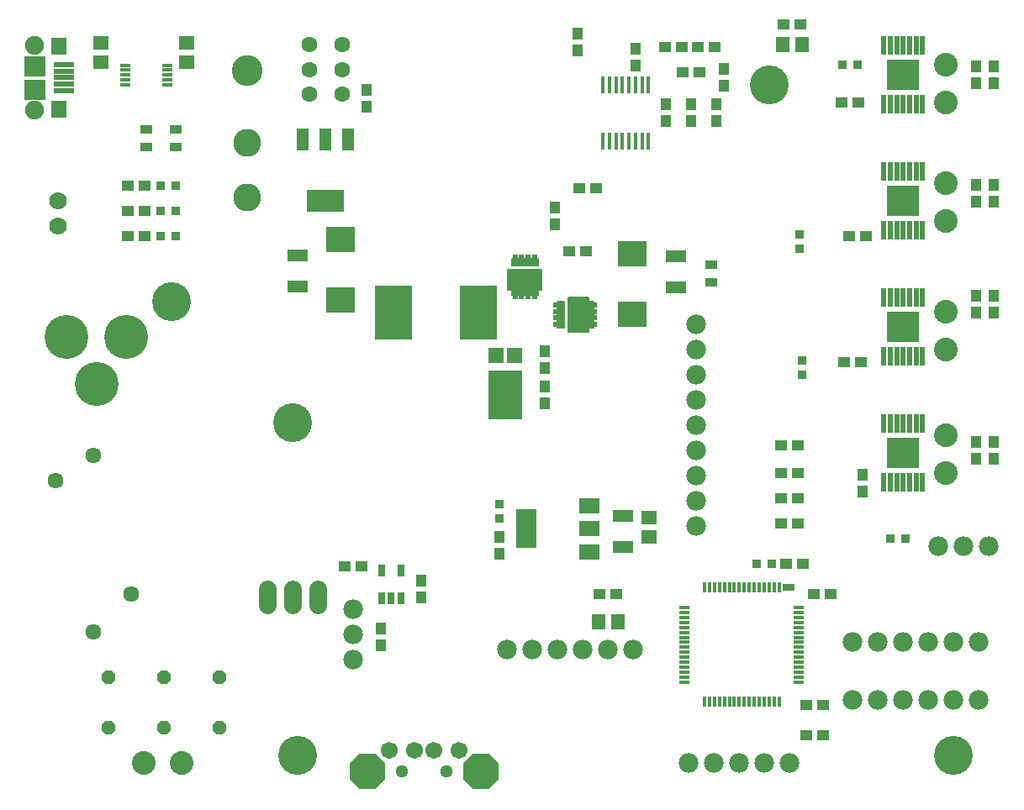
<source format=gts>
G75*
G70*
%OFA0B0*%
%FSLAX24Y24*%
%IPPOS*%
%LPD*%
%AMOC8*
5,1,8,0,0,1.08239X$1,22.5*
%
%ADD10C,0.1540*%
%ADD11R,0.0500X0.0270*%
%ADD12R,0.0434X0.0138*%
%ADD13R,0.0355X0.0355*%
%ADD14R,0.0473X0.0434*%
%ADD15R,0.0512X0.0355*%
%ADD16R,0.0827X0.0197*%
%ADD17R,0.0631X0.0709*%
%ADD18C,0.0008*%
%ADD19C,0.0749*%
%ADD20C,0.0700*%
%ADD21R,0.0631X0.0552*%
%ADD22R,0.0512X0.0906*%
%ADD23R,0.1457X0.0906*%
%ADD24C,0.0631*%
%ADD25R,0.0434X0.0473*%
%ADD26R,0.0180X0.0700*%
%ADD27R,0.1182X0.0985*%
%ADD28R,0.0827X0.0512*%
%ADD29R,0.1490X0.2140*%
%ADD30R,0.0587X0.0591*%
%ADD31R,0.1363X0.1953*%
%ADD32R,0.0240X0.0440*%
%ADD33C,0.0060*%
%ADD34R,0.1320X0.0788*%
%ADD35R,0.0440X0.0240*%
%ADD36R,0.0788X0.1320*%
%ADD37R,0.0127X0.0434*%
%ADD38R,0.0434X0.0127*%
%ADD39C,0.0780*%
%ADD40R,0.0827X0.0631*%
%ADD41R,0.0827X0.1536*%
%ADD42R,0.0552X0.0631*%
%ADD43C,0.0634*%
%ADD44C,0.0700*%
%ADD45OC8,0.0560*%
%ADD46C,0.0940*%
%ADD47R,0.0276X0.0473*%
%ADD48R,0.0205X0.0741*%
%ADD49R,0.1260X0.1221*%
%ADD50C,0.1103*%
%ADD51C,0.1221*%
%ADD52C,0.1740*%
%ADD53OC8,0.1424*%
%ADD54C,0.0512*%
%ADD55C,0.0670*%
D10*
X012700Y029510D03*
X012500Y042710D03*
X007700Y047510D03*
X031400Y056110D03*
X038700Y029510D03*
D11*
X032160Y036185D03*
D12*
X007532Y056116D03*
X007532Y056313D03*
X007532Y056510D03*
X007532Y056707D03*
X007532Y056904D03*
X005868Y056904D03*
X005868Y056707D03*
X005868Y056510D03*
X005868Y056313D03*
X005868Y056116D03*
D13*
X007255Y052110D03*
X007845Y052110D03*
X007845Y051110D03*
X007255Y051110D03*
X007255Y050110D03*
X007845Y050110D03*
X020700Y039505D03*
X020700Y038915D03*
X030905Y037110D03*
X031495Y037110D03*
X036205Y038110D03*
X036795Y038110D03*
X032700Y044615D03*
X032700Y045205D03*
X032600Y049615D03*
X032600Y050205D03*
X034305Y056910D03*
X034895Y056910D03*
D14*
X034935Y055410D03*
X034265Y055410D03*
X032635Y058510D03*
X031965Y058510D03*
X029235Y057610D03*
X028565Y057610D03*
X028635Y056610D03*
X027965Y056610D03*
X027935Y057610D03*
X027265Y057610D03*
X024535Y052010D03*
X023865Y052010D03*
X024135Y049510D03*
X023465Y049510D03*
X015235Y037010D03*
X014565Y037010D03*
X006635Y050110D03*
X006635Y051110D03*
X005965Y051110D03*
X005965Y050110D03*
X005965Y052110D03*
X006635Y052110D03*
X024665Y035910D03*
X025335Y035910D03*
X032065Y037110D03*
X032735Y037110D03*
X033165Y035910D03*
X033835Y035910D03*
X032535Y038710D03*
X031865Y038710D03*
X031865Y039710D03*
X032535Y039710D03*
X032535Y040710D03*
X031865Y040710D03*
X031865Y041810D03*
X032535Y041810D03*
X034365Y045110D03*
X035035Y045110D03*
X035235Y050110D03*
X034565Y050110D03*
X033535Y031510D03*
X033535Y030310D03*
X032865Y030310D03*
X032865Y031510D03*
D15*
X029080Y048276D03*
X029080Y048984D03*
X007840Y053656D03*
X007840Y054364D03*
X006700Y054364D03*
X006700Y053656D03*
D16*
X003421Y055902D03*
X003421Y056154D03*
X003421Y056410D03*
X003421Y056666D03*
X003421Y056922D03*
D17*
X003234Y057670D03*
X003234Y055150D03*
D18*
X001860Y055547D02*
X001860Y056327D01*
X002640Y056327D01*
X002640Y055547D01*
X001860Y055547D01*
X001860Y055554D02*
X002640Y055554D01*
X002640Y055561D02*
X001860Y055561D01*
X001860Y055568D02*
X002640Y055568D01*
X002640Y055575D02*
X001860Y055575D01*
X001860Y055582D02*
X002640Y055582D01*
X002640Y055589D02*
X001860Y055589D01*
X001860Y055596D02*
X002640Y055596D01*
X002640Y055603D02*
X001860Y055603D01*
X001860Y055610D02*
X002640Y055610D01*
X002640Y055617D02*
X001860Y055617D01*
X001860Y055624D02*
X002640Y055624D01*
X002640Y055631D02*
X001860Y055631D01*
X001860Y055638D02*
X002640Y055638D01*
X002640Y055645D02*
X001860Y055645D01*
X001860Y055652D02*
X002640Y055652D01*
X002640Y055659D02*
X001860Y055659D01*
X001860Y055666D02*
X002640Y055666D01*
X002640Y055673D02*
X001860Y055673D01*
X001860Y055680D02*
X002640Y055680D01*
X002640Y055687D02*
X001860Y055687D01*
X001860Y055694D02*
X002640Y055694D01*
X002640Y055701D02*
X001860Y055701D01*
X001860Y055708D02*
X002640Y055708D01*
X002640Y055715D02*
X001860Y055715D01*
X001860Y055722D02*
X002640Y055722D01*
X002640Y055729D02*
X001860Y055729D01*
X001860Y055736D02*
X002640Y055736D01*
X002640Y055743D02*
X001860Y055743D01*
X001860Y055750D02*
X002640Y055750D01*
X002640Y055757D02*
X001860Y055757D01*
X001860Y055764D02*
X002640Y055764D01*
X002640Y055771D02*
X001860Y055771D01*
X001860Y055778D02*
X002640Y055778D01*
X002640Y055785D02*
X001860Y055785D01*
X001860Y055792D02*
X002640Y055792D01*
X002640Y055799D02*
X001860Y055799D01*
X001860Y055806D02*
X002640Y055806D01*
X002640Y055813D02*
X001860Y055813D01*
X001860Y055820D02*
X002640Y055820D01*
X002640Y055827D02*
X001860Y055827D01*
X001860Y055834D02*
X002640Y055834D01*
X002640Y055841D02*
X001860Y055841D01*
X001860Y055848D02*
X002640Y055848D01*
X002640Y055855D02*
X001860Y055855D01*
X001860Y055862D02*
X002640Y055862D01*
X002640Y055869D02*
X001860Y055869D01*
X001860Y055876D02*
X002640Y055876D01*
X002640Y055883D02*
X001860Y055883D01*
X001860Y055890D02*
X002640Y055890D01*
X002640Y055897D02*
X001860Y055897D01*
X001860Y055904D02*
X002640Y055904D01*
X002640Y055911D02*
X001860Y055911D01*
X001860Y055918D02*
X002640Y055918D01*
X002640Y055925D02*
X001860Y055925D01*
X001860Y055932D02*
X002640Y055932D01*
X002640Y055939D02*
X001860Y055939D01*
X001860Y055946D02*
X002640Y055946D01*
X002640Y055953D02*
X001860Y055953D01*
X001860Y055960D02*
X002640Y055960D01*
X002640Y055967D02*
X001860Y055967D01*
X001860Y055974D02*
X002640Y055974D01*
X002640Y055981D02*
X001860Y055981D01*
X001860Y055988D02*
X002640Y055988D01*
X002640Y055995D02*
X001860Y055995D01*
X001860Y056002D02*
X002640Y056002D01*
X002640Y056009D02*
X001860Y056009D01*
X001860Y056016D02*
X002640Y056016D01*
X002640Y056023D02*
X001860Y056023D01*
X001860Y056030D02*
X002640Y056030D01*
X002640Y056037D02*
X001860Y056037D01*
X001860Y056044D02*
X002640Y056044D01*
X002640Y056051D02*
X001860Y056051D01*
X001860Y056058D02*
X002640Y056058D01*
X002640Y056065D02*
X001860Y056065D01*
X001860Y056072D02*
X002640Y056072D01*
X002640Y056079D02*
X001860Y056079D01*
X001860Y056086D02*
X002640Y056086D01*
X002640Y056093D02*
X001860Y056093D01*
X001860Y056100D02*
X002640Y056100D01*
X002640Y056107D02*
X001860Y056107D01*
X001860Y056114D02*
X002640Y056114D01*
X002640Y056121D02*
X001860Y056121D01*
X001860Y056128D02*
X002640Y056128D01*
X002640Y056135D02*
X001860Y056135D01*
X001860Y056142D02*
X002640Y056142D01*
X002640Y056149D02*
X001860Y056149D01*
X001860Y056156D02*
X002640Y056156D01*
X002640Y056163D02*
X001860Y056163D01*
X001860Y056170D02*
X002640Y056170D01*
X002640Y056177D02*
X001860Y056177D01*
X001860Y056184D02*
X002640Y056184D01*
X002640Y056191D02*
X001860Y056191D01*
X001860Y056198D02*
X002640Y056198D01*
X002640Y056205D02*
X001860Y056205D01*
X001860Y056212D02*
X002640Y056212D01*
X002640Y056219D02*
X001860Y056219D01*
X001860Y056226D02*
X002640Y056226D01*
X002640Y056233D02*
X001860Y056233D01*
X001860Y056240D02*
X002640Y056240D01*
X002640Y056247D02*
X001860Y056247D01*
X001860Y056254D02*
X002640Y056254D01*
X002640Y056261D02*
X001860Y056261D01*
X001860Y056268D02*
X002640Y056268D01*
X002640Y056275D02*
X001860Y056275D01*
X001860Y056282D02*
X002640Y056282D01*
X002640Y056289D02*
X001860Y056289D01*
X001860Y056296D02*
X002640Y056296D01*
X002640Y056303D02*
X001860Y056303D01*
X001860Y056310D02*
X002640Y056310D01*
X002640Y056317D02*
X001860Y056317D01*
X001860Y056324D02*
X002640Y056324D01*
X001860Y056492D02*
X001860Y057272D01*
X002640Y057272D01*
X002640Y056492D01*
X001860Y056492D01*
X001860Y056499D02*
X002640Y056499D01*
X002640Y056506D02*
X001860Y056506D01*
X001860Y056513D02*
X002640Y056513D01*
X002640Y056520D02*
X001860Y056520D01*
X001860Y056527D02*
X002640Y056527D01*
X002640Y056534D02*
X001860Y056534D01*
X001860Y056541D02*
X002640Y056541D01*
X002640Y056548D02*
X001860Y056548D01*
X001860Y056555D02*
X002640Y056555D01*
X002640Y056562D02*
X001860Y056562D01*
X001860Y056569D02*
X002640Y056569D01*
X002640Y056576D02*
X001860Y056576D01*
X001860Y056583D02*
X002640Y056583D01*
X002640Y056590D02*
X001860Y056590D01*
X001860Y056597D02*
X002640Y056597D01*
X002640Y056604D02*
X001860Y056604D01*
X001860Y056611D02*
X002640Y056611D01*
X002640Y056618D02*
X001860Y056618D01*
X001860Y056625D02*
X002640Y056625D01*
X002640Y056632D02*
X001860Y056632D01*
X001860Y056639D02*
X002640Y056639D01*
X002640Y056646D02*
X001860Y056646D01*
X001860Y056653D02*
X002640Y056653D01*
X002640Y056660D02*
X001860Y056660D01*
X001860Y056667D02*
X002640Y056667D01*
X002640Y056674D02*
X001860Y056674D01*
X001860Y056681D02*
X002640Y056681D01*
X002640Y056688D02*
X001860Y056688D01*
X001860Y056695D02*
X002640Y056695D01*
X002640Y056702D02*
X001860Y056702D01*
X001860Y056709D02*
X002640Y056709D01*
X002640Y056716D02*
X001860Y056716D01*
X001860Y056723D02*
X002640Y056723D01*
X002640Y056730D02*
X001860Y056730D01*
X001860Y056737D02*
X002640Y056737D01*
X002640Y056744D02*
X001860Y056744D01*
X001860Y056751D02*
X002640Y056751D01*
X002640Y056758D02*
X001860Y056758D01*
X001860Y056765D02*
X002640Y056765D01*
X002640Y056772D02*
X001860Y056772D01*
X001860Y056779D02*
X002640Y056779D01*
X002640Y056786D02*
X001860Y056786D01*
X001860Y056793D02*
X002640Y056793D01*
X002640Y056800D02*
X001860Y056800D01*
X001860Y056807D02*
X002640Y056807D01*
X002640Y056814D02*
X001860Y056814D01*
X001860Y056821D02*
X002640Y056821D01*
X002640Y056828D02*
X001860Y056828D01*
X001860Y056835D02*
X002640Y056835D01*
X002640Y056842D02*
X001860Y056842D01*
X001860Y056849D02*
X002640Y056849D01*
X002640Y056856D02*
X001860Y056856D01*
X001860Y056863D02*
X002640Y056863D01*
X002640Y056870D02*
X001860Y056870D01*
X001860Y056877D02*
X002640Y056877D01*
X002640Y056884D02*
X001860Y056884D01*
X001860Y056891D02*
X002640Y056891D01*
X002640Y056898D02*
X001860Y056898D01*
X001860Y056905D02*
X002640Y056905D01*
X002640Y056912D02*
X001860Y056912D01*
X001860Y056919D02*
X002640Y056919D01*
X002640Y056926D02*
X001860Y056926D01*
X001860Y056933D02*
X002640Y056933D01*
X002640Y056940D02*
X001860Y056940D01*
X001860Y056947D02*
X002640Y056947D01*
X002640Y056954D02*
X001860Y056954D01*
X001860Y056961D02*
X002640Y056961D01*
X002640Y056968D02*
X001860Y056968D01*
X001860Y056975D02*
X002640Y056975D01*
X002640Y056982D02*
X001860Y056982D01*
X001860Y056989D02*
X002640Y056989D01*
X002640Y056996D02*
X001860Y056996D01*
X001860Y057003D02*
X002640Y057003D01*
X002640Y057010D02*
X001860Y057010D01*
X001860Y057017D02*
X002640Y057017D01*
X002640Y057024D02*
X001860Y057024D01*
X001860Y057031D02*
X002640Y057031D01*
X002640Y057038D02*
X001860Y057038D01*
X001860Y057045D02*
X002640Y057045D01*
X002640Y057052D02*
X001860Y057052D01*
X001860Y057059D02*
X002640Y057059D01*
X002640Y057066D02*
X001860Y057066D01*
X001860Y057073D02*
X002640Y057073D01*
X002640Y057080D02*
X001860Y057080D01*
X001860Y057087D02*
X002640Y057087D01*
X002640Y057094D02*
X001860Y057094D01*
X001860Y057101D02*
X002640Y057101D01*
X002640Y057108D02*
X001860Y057108D01*
X001860Y057115D02*
X002640Y057115D01*
X002640Y057122D02*
X001860Y057122D01*
X001860Y057129D02*
X002640Y057129D01*
X002640Y057136D02*
X001860Y057136D01*
X001860Y057143D02*
X002640Y057143D01*
X002640Y057150D02*
X001860Y057150D01*
X001860Y057157D02*
X002640Y057157D01*
X002640Y057164D02*
X001860Y057164D01*
X001860Y057171D02*
X002640Y057171D01*
X002640Y057178D02*
X001860Y057178D01*
X001860Y057185D02*
X002640Y057185D01*
X002640Y057192D02*
X001860Y057192D01*
X001860Y057199D02*
X002640Y057199D01*
X002640Y057206D02*
X001860Y057206D01*
X001860Y057213D02*
X002640Y057213D01*
X002640Y057220D02*
X001860Y057220D01*
X001860Y057227D02*
X002640Y057227D01*
X002640Y057234D02*
X001860Y057234D01*
X001860Y057241D02*
X002640Y057241D01*
X002640Y057248D02*
X001860Y057248D01*
X001860Y057255D02*
X002640Y057255D01*
X002640Y057262D02*
X001860Y057262D01*
X001860Y057269D02*
X002640Y057269D01*
D19*
X002250Y057699D03*
X002250Y055120D03*
D20*
X003200Y051510D03*
X003200Y050510D03*
D21*
X004900Y057036D03*
X004900Y057784D03*
X008300Y057784D03*
X008300Y057036D03*
X026620Y038944D03*
X026620Y038196D03*
D22*
X014686Y053970D03*
X013780Y053970D03*
X012874Y053970D03*
D23*
X013780Y051529D03*
D24*
X013141Y055756D03*
X013141Y056740D03*
X013141Y057724D03*
X014440Y057724D03*
X014440Y056740D03*
X014440Y055756D03*
D25*
X015430Y055934D03*
X015430Y055265D03*
X022500Y045544D03*
X022500Y044875D03*
X022500Y044144D03*
X022500Y043475D03*
X020700Y038194D03*
X020700Y037525D03*
X017600Y036444D03*
X017600Y035775D03*
X016000Y034544D03*
X016000Y033875D03*
X022900Y050575D03*
X022900Y051244D03*
X026080Y056875D03*
X026080Y057544D03*
X027300Y055344D03*
X027300Y054675D03*
X028300Y054675D03*
X028300Y055344D03*
X029300Y055344D03*
X029300Y054675D03*
X029600Y056075D03*
X029600Y056744D03*
X023800Y057475D03*
X023800Y058144D03*
X035100Y040644D03*
X035100Y039975D03*
X039600Y041275D03*
X039600Y041944D03*
X040300Y041944D03*
X040300Y041275D03*
X040300Y047075D03*
X040300Y047744D03*
X039600Y047744D03*
X039600Y047075D03*
X039600Y051475D03*
X039600Y052144D03*
X040300Y052144D03*
X040300Y051475D03*
X040300Y056175D03*
X040300Y056844D03*
X039600Y056844D03*
X039600Y056175D03*
D26*
X026600Y056120D03*
X026340Y056120D03*
X026080Y056120D03*
X025830Y056120D03*
X025570Y056120D03*
X025320Y056120D03*
X025060Y056120D03*
X024800Y056120D03*
X024800Y053900D03*
X025060Y053900D03*
X025320Y053900D03*
X025570Y053900D03*
X025830Y053900D03*
X026080Y053900D03*
X026340Y053900D03*
X026600Y053900D03*
D27*
X025960Y049421D03*
X025960Y047019D03*
X014379Y047585D03*
X014379Y049987D03*
D28*
X012690Y049371D03*
X012690Y048111D03*
X025600Y039040D03*
X025600Y037780D03*
X027700Y048080D03*
X027700Y049340D03*
D29*
X019840Y047090D03*
X016490Y047090D03*
D30*
X020558Y045377D03*
X021282Y045377D03*
D31*
X020920Y043810D03*
D32*
X021310Y047840D03*
X021570Y047840D03*
X021830Y047840D03*
X022080Y047840D03*
X022080Y049180D03*
X021830Y049180D03*
X021570Y049180D03*
X021320Y049180D03*
D33*
X021440Y049230D02*
X021440Y048950D01*
X021190Y048950D01*
X021190Y049230D01*
X021440Y049230D01*
X021450Y049230D02*
X021450Y048950D01*
X021700Y048950D01*
X021700Y049230D01*
X021450Y049230D01*
X021700Y049230D02*
X021950Y049230D01*
X021950Y048950D01*
X021700Y048950D01*
X021960Y048950D02*
X022210Y048950D01*
X022210Y049230D01*
X021960Y049230D01*
X021960Y048950D01*
X022370Y048790D02*
X022370Y047990D01*
X021030Y047990D01*
X021030Y048790D01*
X022370Y048790D01*
X022210Y048070D02*
X022210Y047790D01*
X021960Y047790D01*
X021960Y048070D01*
X022210Y048070D01*
X021950Y048070D02*
X021950Y047790D01*
X021700Y047790D01*
X021700Y048070D01*
X021950Y048070D01*
X021700Y048070D02*
X021450Y048070D01*
X021450Y047790D01*
X021700Y047790D01*
X021440Y047790D02*
X021440Y048070D01*
X021190Y048070D01*
X021190Y047790D01*
X021440Y047790D01*
X022980Y047520D02*
X022980Y047270D01*
X023260Y047270D01*
X023260Y047520D01*
X022980Y047520D01*
X022980Y047260D02*
X023260Y047260D01*
X023260Y047010D01*
X022980Y047010D01*
X022980Y046760D01*
X023260Y046760D01*
X023260Y047010D01*
X023260Y046750D02*
X022980Y046750D01*
X022980Y046500D01*
X023260Y046500D01*
X023260Y046750D01*
X022980Y047010D02*
X022980Y047260D01*
X023420Y047680D02*
X023420Y046340D01*
X024220Y046340D01*
X024220Y047680D01*
X023420Y047680D01*
X024140Y047520D02*
X024140Y047270D01*
X024420Y047270D01*
X024420Y047520D01*
X024140Y047520D01*
X024140Y047260D02*
X024420Y047260D01*
X024420Y047010D01*
X024140Y047010D01*
X024140Y047260D01*
X024140Y047010D02*
X024140Y046760D01*
X024420Y046760D01*
X024420Y047010D01*
X024420Y046750D02*
X024140Y046750D01*
X024140Y046500D01*
X024420Y046500D01*
X024420Y046750D01*
D34*
X021700Y048388D03*
D35*
X023030Y047390D03*
X023030Y047140D03*
X023030Y046880D03*
X023030Y046630D03*
X024370Y046620D03*
X024370Y046880D03*
X024370Y047140D03*
X024370Y047390D03*
D36*
X023822Y047010D03*
D37*
X028824Y036174D03*
X029020Y036174D03*
X029217Y036174D03*
X029414Y036174D03*
X029611Y036174D03*
X029808Y036174D03*
X030005Y036174D03*
X030202Y036174D03*
X030398Y036174D03*
X030595Y036174D03*
X030792Y036174D03*
X030989Y036174D03*
X031186Y036174D03*
X031383Y036174D03*
X031580Y036174D03*
X031776Y036174D03*
X031776Y031646D03*
X031580Y031646D03*
X031383Y031646D03*
X031186Y031646D03*
X030989Y031646D03*
X030792Y031646D03*
X030595Y031646D03*
X030398Y031646D03*
X030202Y031646D03*
X030005Y031646D03*
X029808Y031646D03*
X029611Y031646D03*
X029414Y031646D03*
X029217Y031646D03*
X029020Y031646D03*
X028824Y031646D03*
D38*
X028036Y032433D03*
X028036Y032630D03*
X028036Y032827D03*
X028036Y033024D03*
X028036Y033221D03*
X028036Y033418D03*
X028036Y033615D03*
X028036Y033811D03*
X028036Y034008D03*
X028036Y034205D03*
X028036Y034402D03*
X028036Y034599D03*
X028036Y034796D03*
X028036Y034993D03*
X028036Y035189D03*
X028036Y035386D03*
X032564Y035386D03*
X032564Y035189D03*
X032564Y034993D03*
X032564Y034796D03*
X032564Y034599D03*
X032564Y034402D03*
X032564Y034205D03*
X032564Y034008D03*
X032564Y033811D03*
X032564Y033615D03*
X032564Y033418D03*
X032564Y033221D03*
X032564Y033024D03*
X032564Y032827D03*
X032564Y032630D03*
X032564Y032433D03*
D39*
X034700Y031710D03*
X035700Y031710D03*
X036700Y031710D03*
X037700Y031710D03*
X038700Y031710D03*
X039700Y031710D03*
X039700Y034010D03*
X038700Y034010D03*
X037700Y034010D03*
X036700Y034010D03*
X035700Y034010D03*
X034700Y034010D03*
X032200Y029210D03*
X031200Y029210D03*
X030200Y029210D03*
X029200Y029210D03*
X028200Y029210D03*
X026000Y033710D03*
X025000Y033710D03*
X024000Y033710D03*
X023000Y033710D03*
X022000Y033710D03*
X021000Y033710D03*
X014900Y033310D03*
X014900Y034310D03*
X014900Y035310D03*
X028500Y038610D03*
X028500Y039610D03*
X028500Y040610D03*
X028500Y041610D03*
X028500Y042610D03*
X028500Y043610D03*
X028500Y044610D03*
X028500Y045610D03*
X028500Y046610D03*
X038100Y037810D03*
X039100Y037810D03*
X040100Y037810D03*
D40*
X024240Y037604D03*
X024240Y038510D03*
X024240Y039415D03*
D41*
X021760Y038510D03*
D42*
X024626Y034810D03*
X025374Y034810D03*
X031926Y057710D03*
X032674Y057710D03*
D43*
X006100Y035910D03*
X004600Y034410D03*
X003100Y040410D03*
X004600Y041410D03*
D44*
X011500Y036140D02*
X011500Y035480D01*
X012500Y035480D02*
X012500Y036140D01*
X013500Y036140D02*
X013500Y035480D01*
D45*
X009600Y032610D03*
X009600Y030610D03*
X007400Y030610D03*
X007400Y032610D03*
X005200Y032610D03*
X005200Y030610D03*
D46*
X006600Y029210D03*
X008100Y029210D03*
X038400Y040710D03*
X038400Y042210D03*
X038400Y045610D03*
X038400Y047110D03*
X038400Y050710D03*
X038400Y052210D03*
X038400Y055410D03*
X038400Y056910D03*
D47*
X016774Y036861D03*
X016026Y036861D03*
X016026Y035759D03*
X016400Y035759D03*
X016774Y035759D03*
D48*
X035932Y040341D03*
X036188Y040341D03*
X036444Y040341D03*
X036700Y040341D03*
X036956Y040341D03*
X037212Y040341D03*
X037468Y040341D03*
X037468Y042679D03*
X037212Y042679D03*
X036956Y042679D03*
X036700Y042679D03*
X036444Y042679D03*
X036188Y042679D03*
X035932Y042679D03*
X035932Y045341D03*
X036188Y045341D03*
X036444Y045341D03*
X036700Y045341D03*
X036956Y045341D03*
X037212Y045341D03*
X037468Y045341D03*
X037468Y047679D03*
X037212Y047679D03*
X036956Y047679D03*
X036700Y047679D03*
X036444Y047679D03*
X036188Y047679D03*
X035932Y047679D03*
X035932Y050341D03*
X036188Y050341D03*
X036444Y050341D03*
X036700Y050341D03*
X036956Y050341D03*
X037212Y050341D03*
X037468Y050341D03*
X037468Y052679D03*
X037212Y052679D03*
X036956Y052679D03*
X036700Y052679D03*
X036444Y052679D03*
X036188Y052679D03*
X035932Y052679D03*
X035932Y055341D03*
X036188Y055341D03*
X036444Y055341D03*
X036700Y055341D03*
X036956Y055341D03*
X037212Y055341D03*
X037468Y055341D03*
X037468Y057679D03*
X037212Y057679D03*
X036956Y057679D03*
X036700Y057679D03*
X036444Y057679D03*
X036188Y057679D03*
X035932Y057679D03*
D49*
X036700Y056510D03*
X036700Y051510D03*
X036700Y046510D03*
X036700Y041510D03*
D50*
X010700Y051644D03*
X010700Y053810D03*
D51*
X010700Y056684D03*
D52*
X005894Y046110D03*
X004713Y044259D03*
X003531Y046110D03*
D53*
X015456Y028893D03*
X019944Y028893D03*
D54*
X018586Y028893D03*
X016814Y028893D03*
D55*
X016322Y029719D03*
X017306Y029719D03*
X018094Y029719D03*
X019078Y029719D03*
M02*

</source>
